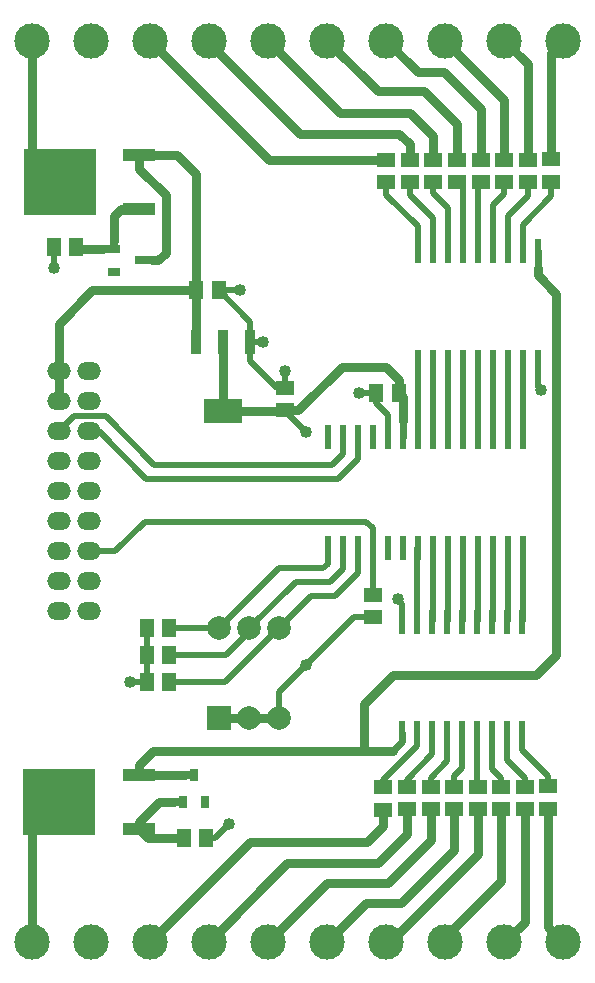
<source format=gtl>
%TF.GenerationSoftware,Novarm,DipTrace,3.3.1.2*%
%TF.CreationDate,2019-03-12T20:56:31+01:00*%
%FSLAX35Y35*%
%MOMM*%
%TF.FileFunction,Copper,L1,Top*%
%TF.Part,Single*%
%TA.AperFunction,Conductor*%
%ADD13C,0.5*%
%ADD14C,0.8*%
%ADD15C,0.65*%
%ADD16C,0.6*%
%ADD18R,1.3X1.5*%
%ADD19R,1.5X1.3*%
%ADD21R,0.65X1.05*%
%ADD23R,1.05X0.65*%
%ADD25R,2.75X1.0*%
%ADD26R,6.15X5.55*%
%TA.AperFunction,ComponentPad*%
%ADD27R,2.0X2.0*%
%ADD28C,2.0*%
%ADD29O,2.0X1.5*%
%ADD30R,0.6X2.0*%
%TA.AperFunction,ComponentPad*%
%ADD31C,3.0*%
%ADD33R,0.95X2.15*%
%ADD34R,3.25X2.15*%
%TA.AperFunction,ViaPad*%
%ADD35C,1.016*%
G75*
G01*
%LPD*%
X6938753Y3480907D2*
D13*
Y4101270D1*
X6941273Y4103790D1*
X7830273Y5043790D2*
Y5675593D1*
X7830067Y5675800D1*
X6673820Y7392967D2*
D14*
X5682033D1*
X4675000Y8400000D1*
X6873890Y7391950D2*
Y7526897D1*
X6786790Y7613997D1*
X5947477D1*
X5161473Y8400000D1*
X5175000D1*
X7073190Y7392277D2*
Y7590443D1*
X6872713Y7790920D1*
X6284080D1*
X5675000Y8400000D1*
X6850610Y1891110D2*
Y1682623D1*
X6602073Y1434087D1*
X5839087D1*
X5175000Y770000D1*
X6650587Y1890270D2*
Y1752770D1*
X6516277Y1618460D1*
X5523460D1*
X4675000Y770000D1*
X7050300Y1891903D2*
Y1628577D1*
X6686043Y1264320D1*
X6169320D1*
X5675000Y770000D1*
X4599497Y6539080D2*
D15*
X4691997D1*
D14*
X4743610D1*
X4808577Y6604047D1*
Y7091443D1*
X4582487Y7317533D1*
Y7434877D1*
X5068183Y6285163D2*
Y7273597D1*
X4906903Y7434877D1*
X4582487D1*
X5063400Y5844653D2*
Y6280380D1*
X5068183Y6285163D1*
X3904967Y5346627D2*
Y5600627D1*
X5068183Y6285163D2*
X4187663D1*
X3904967Y6002467D1*
Y5600627D1*
X3859340Y6650623D2*
D13*
Y6478619D1*
X5258183Y6285163D2*
X5437425D1*
X5815327Y5460423D2*
Y5601239D1*
X6687273Y5043790D2*
Y5230232D1*
X6588963Y5328542D1*
Y5417667D1*
X6441013D1*
X5815327Y5460423D2*
X5751657D1*
X5523400Y5688680D1*
Y5844653D1*
Y6019947D1*
X5258183Y6285163D1*
X5523400Y5844653D2*
X5632901D1*
X6811753Y3480907D2*
Y3629296D1*
X6771334Y3669716D1*
X7957067Y5675800D2*
Y5471091D1*
X7986962Y5441196D1*
X4647420Y3423587D2*
Y3202513D1*
X4647517Y3202417D1*
Y2968937D1*
X4647280Y2968700D1*
X4508117D1*
X5151483Y1649020D2*
X5227082D1*
X5345603Y1767541D1*
X3904967Y5092627D2*
Y5093261D1*
X4030994Y5219288D1*
X4298401D1*
X4711189Y4806500D1*
X6215247D1*
X6306273Y4897527D1*
Y5043790D1*
X4158967Y5092627D2*
X4241286D1*
X4644977Y4688935D1*
X6264511D1*
X6433273Y4857697D1*
Y5043790D1*
X6560273Y4103790D2*
Y3707943D1*
X6559917Y3707587D1*
X4158967Y4076627D2*
X4382719D1*
X4633808Y4327716D1*
X6505535D1*
X6560273Y4272977D1*
Y4103790D1*
X5293400Y5844653D2*
D14*
Y5264653D1*
X5809557D1*
X5815327Y5270423D1*
X6778963Y5417667D2*
Y5528753D1*
X6671263Y5636453D1*
X6297973D1*
X5931943Y5270423D1*
X5815327D1*
X6814273Y5043790D2*
D16*
Y5183790D1*
D14*
Y5382357D1*
X6778963Y5417667D1*
X5258517Y2661297D2*
X5512517D1*
X5766517D1*
D13*
Y2883847D1*
X5997017Y3114347D1*
Y5086867D2*
X5815327Y5268557D1*
Y5270423D1*
X6559917Y3517587D2*
X6400257D1*
X5997017Y3114347D1*
X6179273Y4103790D2*
Y3970497D1*
X6143133Y3934357D1*
X5769627D1*
X5258567Y3423297D1*
X4837710D1*
X4837420Y3423587D1*
X6306273Y4103790D2*
Y3926817D1*
X6199360Y3819903D1*
X5909123D1*
X5512517Y3423297D1*
Y3396797D1*
X5318137Y3202417D1*
X4837517D1*
X6433273Y4103790D2*
Y3889160D1*
X6241527Y3697413D1*
X6040633D1*
X5766517Y3423297D1*
X4837280Y2968700D2*
X5311920D1*
X5766517Y3423297D1*
X7068273Y4103790D2*
Y3483427D1*
X7065753Y3480907D1*
X7195273Y4103790D2*
Y3483427D1*
X7192753Y3480907D1*
X7322273Y4103790D2*
Y3483427D1*
X7319753Y3480907D1*
X7449273Y4103790D2*
Y3483427D1*
X7446753Y3480907D1*
X7576273Y4103790D2*
Y3483427D1*
X7573753Y3480907D1*
X7703273Y4103790D2*
Y3483427D1*
X7700753Y3480907D1*
X7830273Y4103790D2*
Y3483427D1*
X7827753Y3480907D1*
X7703273Y5043790D2*
Y5675593D1*
X7703067Y5675800D1*
X7576273Y5043790D2*
Y5675593D1*
X7576067Y5675800D1*
X7449273Y5043790D2*
Y5675593D1*
X7449067Y5675800D1*
X7322273Y5043790D2*
Y5675593D1*
X7322067Y5675800D1*
X7195273Y5043790D2*
Y5675593D1*
X7195067Y5675800D1*
X7068273Y5043790D2*
Y5675593D1*
X7068067Y5675800D1*
X6941273Y5043790D2*
Y5675593D1*
X6941067Y5675800D1*
X4578217Y2182317D2*
D14*
X4972927Y2184673D1*
D15*
X5047787D1*
X4578217Y2182317D2*
D14*
Y2267420D1*
X4697247Y2386450D1*
X6484230D1*
X6731123D1*
D16*
X6811753Y2467080D1*
Y2540907D1*
X7957067Y6615800D2*
Y6475800D1*
D14*
Y6417813D1*
X8115973Y6258907D1*
Y3202447D1*
X7945823Y3032297D1*
X6729540D1*
X6484230Y2786987D1*
Y2386450D1*
X7249520Y1891587D2*
Y1548247D1*
X6797650Y1096377D1*
X6501377D1*
X6175000Y770000D1*
X7448423Y1893817D2*
Y1515343D1*
X6703080Y770000D1*
X6675000D1*
X7647753Y1895090D2*
Y1287743D1*
X7130010Y770000D1*
X7175000D1*
X7847187Y1894977D2*
Y942187D1*
X7675000Y770000D1*
X8046847Y1896397D2*
Y898153D1*
X8175000Y770000D1*
X6938753Y2540907D2*
D13*
Y2431613D1*
X6650587Y2143447D1*
Y2080270D1*
X7065753Y2540907D2*
Y2359640D1*
X6850610Y2144497D1*
Y2081110D1*
X7192753Y2540907D2*
Y2302267D1*
X7050300Y2159813D1*
Y2081903D1*
X7319753Y2540907D2*
Y2241243D1*
X7249520Y2171010D1*
Y2081587D1*
X7446753Y2540907D2*
Y2085487D1*
X7448423Y2083817D1*
X7573753Y2540907D2*
Y2234753D1*
X7647753Y2160753D1*
Y2085090D1*
X7700753Y2540907D2*
Y2306727D1*
X7847187Y2160293D1*
Y2084977D1*
X7827753Y2540907D2*
Y2391480D1*
X8046847Y2172387D1*
Y2086397D1*
X7273417Y7392777D2*
D14*
Y7690613D1*
X6993447Y7970583D1*
X6604417D1*
X6175000Y8400000D1*
X7473843Y7393667D2*
Y7823520D1*
X7162200Y8135163D1*
X6939837D1*
X6675000Y8400000D1*
X7673370Y7391377D2*
Y7901630D1*
X7175000Y8400000D1*
X7872827Y7393360D2*
Y8202173D1*
X7675000Y8400000D1*
X8072490Y7394230D2*
Y8297490D1*
X8175000Y8400000D1*
X6941067Y6615800D2*
D13*
Y6827173D1*
X6673820Y7094420D1*
Y7202967D1*
X7068067Y6615800D2*
Y6900797D1*
X6873890Y7094973D1*
Y7201950D1*
X7195067Y6615800D2*
Y6985757D1*
X7073190Y7107633D1*
Y7202277D1*
X7322067Y6615800D2*
Y7154127D1*
X7273417Y7202777D1*
X7449067Y6615800D2*
Y7178890D1*
X7473843Y7203667D1*
X7576067Y6615800D2*
Y7008210D1*
X7673370Y7105513D1*
Y7201377D1*
X7703067Y6615800D2*
Y6916450D1*
X7872827Y7086210D1*
Y7203360D1*
X7830067Y6615800D2*
Y6840563D1*
X8072490Y7082987D1*
Y7204230D1*
X3675000Y770000D2*
D14*
Y1721100D1*
X3908217Y1954317D1*
X3675000Y8400000D2*
Y7444363D1*
X3912487Y7206877D1*
X4578217Y1726317D2*
Y1785333D1*
X4747557Y1954673D1*
X4880287D1*
D15*
X4952787D1*
X4961483Y1649020D2*
D14*
X4655513D1*
X4578217Y1726317D1*
X4369497Y6634080D2*
D15*
X4276997D1*
D14*
X4065883D1*
X4049340Y6650623D1*
X4369497Y6634080D2*
D15*
Y6706580D1*
D14*
Y6915227D1*
X4433147Y6978877D1*
X4582487D1*
D35*
X3859340Y6478619D3*
X5437425Y6285163D3*
X5815327Y5601239D3*
X6441013Y5417667D3*
X5632901Y5844653D3*
X6771334Y3669716D3*
X7986962Y5441196D3*
X4508117Y2968700D3*
X5345603Y1767541D3*
X5997017Y3114347D3*
Y5086867D3*
D18*
X5068183Y6285163D3*
X5258183D3*
D19*
X5815327Y5270423D3*
Y5460423D3*
D18*
X6778963Y5417667D3*
X6588963D3*
D21*
X4952787Y1954673D3*
X5142787D3*
X5047787Y2184673D3*
D23*
X4369497Y6634080D3*
Y6444080D3*
X4599497Y6539080D3*
D25*
X4578217Y1726317D3*
Y2182317D3*
D26*
X3908217Y1954317D3*
D25*
X4582487Y6978877D3*
Y7434877D3*
D26*
X3912487Y7206877D3*
D18*
X4647280Y2968700D3*
X4837280D3*
X4647517Y3202417D3*
X4837517D3*
X4647420Y3423587D3*
X4837420D3*
D19*
X6559917Y3517587D3*
Y3707587D3*
X8046847Y2086397D3*
Y1896397D3*
X7847187Y2084977D3*
Y1894977D3*
X7647753Y2085090D3*
Y1895090D3*
X7448423Y2083817D3*
Y1893817D3*
X7249520Y2081587D3*
Y1891587D3*
X7050300Y2081903D3*
Y1891903D3*
X6850610Y2081110D3*
Y1891110D3*
X6650587Y2080270D3*
Y1890270D3*
X6673820Y7202967D3*
Y7392967D3*
X6873890Y7201950D3*
Y7391950D3*
X7073190Y7202277D3*
Y7392277D3*
X7273417Y7202777D3*
Y7392777D3*
X7473843Y7203667D3*
Y7393667D3*
X7673370Y7201377D3*
Y7391377D3*
X7872827Y7203360D3*
Y7393360D3*
X8072490Y7204230D3*
Y7394230D3*
D18*
X5151483Y1649020D3*
X4961483D3*
X3859340Y6650623D3*
X4049340D3*
D27*
X5258517Y2661297D3*
D28*
X5512517D3*
X5766517D3*
Y3423297D3*
X5512517D3*
X5258567D3*
D29*
X3904967Y5600627D3*
Y5346627D3*
Y5092627D3*
Y4838627D3*
Y4584627D3*
Y4330627D3*
Y4076627D3*
Y3822627D3*
Y3568627D3*
X4158967Y5600627D3*
Y5346627D3*
Y5092627D3*
Y4838627D3*
Y4584627D3*
Y4330627D3*
Y4076627D3*
Y3822627D3*
Y3568627D3*
D30*
X7830273Y5043790D3*
X7703273D3*
X7576273D3*
X7449273D3*
X7322273D3*
X7195273D3*
X7068273D3*
X6941273D3*
X6814273D3*
X6687273D3*
X6560273D3*
X6433273D3*
X6306273D3*
X6179273D3*
Y4103790D3*
X6306273D3*
X6433273D3*
X6560273D3*
X6687273D3*
X6814273D3*
X6941273D3*
X7068273D3*
X7195273D3*
X7322273D3*
X7449273D3*
X7576273D3*
X7703273D3*
X7830273D3*
X6941067Y5675800D3*
X7068067D3*
X7195067D3*
X7322067D3*
X7449067D3*
X7576067D3*
X7703067D3*
X7830067D3*
X7957067D3*
Y6615800D3*
X7830067D3*
X7703067D3*
X7576067D3*
X7449067D3*
X7322067D3*
X7195067D3*
X7068067D3*
X6941067D3*
X7827753Y3480907D3*
X7700753D3*
X7573753D3*
X7446753D3*
X7319753D3*
X7192753D3*
X7065753D3*
X6938753D3*
X6811753D3*
Y2540907D3*
X6938753D3*
X7065753D3*
X7192753D3*
X7319753D3*
X7446753D3*
X7573753D3*
X7700753D3*
X7827753D3*
D31*
X3675000Y8400000D3*
X4175000D3*
X4675000D3*
X5175000D3*
X5675000D3*
X6175000D3*
X8175000Y770000D3*
X7675000D3*
X7175000D3*
X6675000D3*
X6175000D3*
X5675000D3*
X6675000Y8400000D3*
X7175000D3*
X7675000D3*
X8175000D3*
X5175000Y770000D3*
X4675000D3*
X4175000D3*
X3675000D3*
D33*
X5523400Y5844653D3*
X5293400D3*
X5063400D3*
D34*
X5293400Y5264653D3*
M02*

</source>
